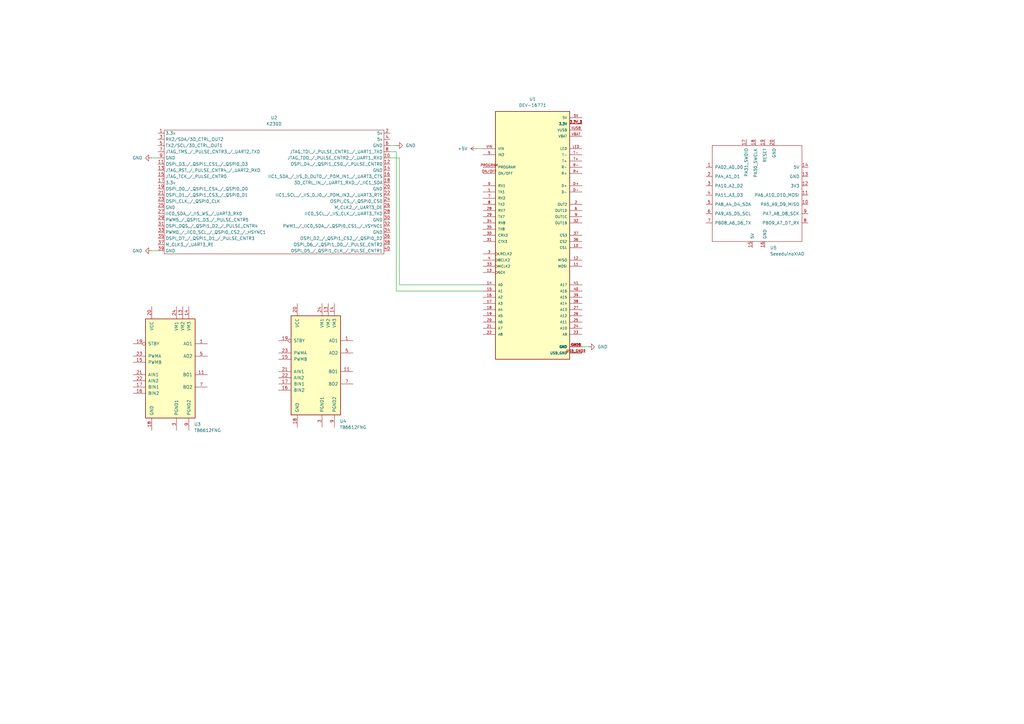
<source format=kicad_sch>
(kicad_sch (version 20250114) (generator "eeschema") (generator_version "9.0")
  (paper "A3")
  (lib_symbols
    (symbol "DEV-16771:DEV-16771" (pin_names (offset 1.016))
      (property "Reference" "U" (at -15.24 52.07 0))
      (property "Value" "DEV-16771" (at -15.24 -53.34 0))
      (symbol "DEV-16771_0_0"
        (rectangle (start -15.24 -50.8) (end 15.24 50.8) (stroke (width 0.254)) (fill (type background)))
        (pin input line (at -20.32 35.56 0) (length 5.08) (name "VIN") (number "VIN"))
        (pin bidirectional line (at -20.32 33.02 0) (length 5.08) (name "IN2") (number "5"))
        (pin bidirectional line (at -20.32 27.94 0) (length 5.08) (name "PROGRAM") (number "PROGRAM"))
        (pin bidirectional line (at -20.32 25.4 0) (length 5.08) (name "ON/OFF") (number "ON/OFF"))
        (pin bidirectional line (at -20.32 20.32 0) (length 5.08) (name "RX1") (number "0"))
        (pin bidirectional line (at -20.32 17.78 0) (length 5.08) (name "TX1") (number "1"))
        (pin bidirectional line (at -20.32 15.24 0) (length 5.08) (name "RX2") (number "7"))
        (pin bidirectional line (at -20.32 12.7 0) (length 5.08) (name "TX2") (number "8"))
        (pin bidirectional line (at -20.32 10.16 0) (length 5.08) (name "RX7") (number "28"))
        (pin bidirectional line (at -20.32 7.62 0) (length 5.08) (name "TX7") (number "29"))
        (pin bidirectional line (at -20.32 5.08 0) (length 5.08) (name "RX8") (number "34"))
        (pin bidirectional line (at -20.32 2.54 0) (length 5.08) (name "TX8") (number "35"))
        (pin bidirectional line (at -20.32 0 0) (length 5.08) (name "CRX3") (number "30"))
        (pin bidirectional line (at -20.32 -2.54 0) (length 5.08) (name "CTX3") (number "31"))
        (pin bidirectional clock (at -20.32 -7.62 0) (length 5.08) (name "LRCLK2") (number "3"))
        (pin bidirectional clock (at -20.32 -10.16 0) (length 5.08) (name "BCLK2") (number "4"))
        (pin bidirectional clock (at -20.32 -12.7 0) (length 5.08) (name "MCLK2") (number "33"))
        (pin bidirectional clock (at -20.32 -15.24 0) (length 5.08) (name "SCK") (number "13"))
        (pin bidirectional line (at -20.32 -20.32 0) (length 5.08) (name "A0") (number "14"))
        (pin bidirectional line (at -20.32 -22.86 0) (length 5.08) (name "A1") (number "15"))
        (pin bidirectional line (at -20.32 -25.4 0) (length 5.08) (name "A2") (number "16"))
        (pin bidirectional line (at -20.32 -27.94 0) (length 5.08) (name "A3") (number "17"))
        (pin bidirectional line (at -20.32 -30.48 0) (length 5.08) (name "A4") (number "18"))
        (pin bidirectional line (at -20.32 -33.02 0) (length 5.08) (name "A5") (number "19"))
        (pin bidirectional line (at -20.32 -35.56 0) (length 5.08) (name "A6") (number "20"))
        (pin bidirectional line (at -20.32 -38.1 0) (length 5.08) (name "A7") (number "21"))
        (pin bidirectional line (at -20.32 -40.64 0) (length 5.08) (name "A8") (number "22"))
        (pin power_in line (at 20.32 48.26 180) (length 5.08) (name "5V") (number "5V"))
        (pin power_in line (at 20.32 45.72 180) (length 5.08) (name "3.3V") (number "3.3V_1"))
        (pin power_in line (at 20.32 45.72 180) (length 5.08) (name "3.3V") (number "3.3V_2"))
        (pin power_in line (at 20.32 45.72 180) (length 5.08) (name "3.3V") (number "3.3V_3"))
        (pin passive line (at 20.32 43.18 180) (length 5.08) (name "VUSB") (number "VUSB"))
        (pin passive line (at 20.32 40.64 180) (length 5.08) (name "VBAT") (number "VBAT"))
        (pin bidirectional line (at 20.32 35.56 180) (length 5.08) (name "LED") (number "LED"))
        (pin bidirectional line (at 20.32 33.02 180) (length 5.08) (name "T-") (number "T-"))
        (pin bidirectional line (at 20.32 30.48 180) (length 5.08) (name "T+") (number "T+"))
        (pin bidirectional line (at 20.32 27.94 180) (length 5.08) (name "R-") (number "R-"))
        (pin bidirectional line (at 20.32 25.4 180) (length 5.08) (name "R+") (number "R+"))
        (pin bidirectional line (at 20.32 20.32 180) (length 5.08) (name "D+") (number "D+"))
        (pin bidirectional line (at 20.32 17.78 180) (length 5.08) (name "D-") (number "D-"))
        (pin output line (at 20.32 12.7 180) (length 5.08) (name "OUT2") (number "2"))
        (pin output line (at 20.32 10.16 180) (length 5.08) (name "OUT1D") (number "6"))
        (pin output line (at 20.32 7.62 180) (length 5.08) (name "OUT1C") (number "9"))
        (pin output line (at 20.32 5.08 180) (length 5.08) (name "OUT1B") (number "32"))
        (pin bidirectional line (at 20.32 0 180) (length 5.08) (name "CS3") (number "37"))
        (pin bidirectional line (at 20.32 -2.54 180) (length 5.08) (name "CS2") (number "36"))
        (pin bidirectional line (at 20.32 -5.08 180) (length 5.08) (name "CS1") (number "10"))
        (pin bidirectional line (at 20.32 -10.16 180) (length 5.08) (name "MISO") (number "12"))
        (pin bidirectional line (at 20.32 -12.7 180) (length 5.08) (name "MOSI") (number "11"))
        (pin bidirectional line (at 20.32 -20.32 180) (length 5.08) (name "A17") (number "41"))
        (pin bidirectional line (at 20.32 -22.86 180) (length 5.08) (name "A16") (number "40"))
        (pin bidirectional line (at 20.32 -25.4 180) (length 5.08) (name "A15") (number "39"))
        (pin bidirectional line (at 20.32 -27.94 180) (length 5.08) (name "A14") (number "38"))
        (pin bidirectional line (at 20.32 -30.48 180) (length 5.08) (name "A13") (number "27"))
        (pin bidirectional line (at 20.32 -33.02 180) (length 5.08) (name "A12") (number "26"))
        (pin bidirectional line (at 20.32 -35.56 180) (length 5.08) (name "A11") (number "25"))
        (pin bidirectional line (at 20.32 -38.1 180) (length 5.08) (name "A10") (number "24"))
        (pin bidirectional line (at 20.32 -40.64 180) (length 5.08) (name "A9") (number "23"))
        (pin power_in line (at 20.32 -45.72 180) (length 5.08) (name "GND") (number "GND1"))
        (pin power_in line (at 20.32 -45.72 180) (length 5.08) (name "GND") (number "GND2"))
        (pin power_in line (at 20.32 -45.72 180) (length 5.08) (name "GND") (number "GND3"))
        (pin power_in line (at 20.32 -45.72 180) (length 5.08) (name "GND") (number "GND4"))
        (pin power_in line (at 20.32 -45.72 180) (length 5.08) (name "GND") (number "GND5"))
        (pin power_in line (at 20.32 -48.26 180) (length 5.08) (name "USB_GND") (number "USB_GND1"))
        (pin power_in line (at 20.32 -48.26 180) (length 5.08) (name "USB_GND") (number "USB_GND2"))
      )
    )
    (symbol "Driver_Motor:TB6612FNG" (pin_names (offset 1.016))
      (property "Reference" "U" (at 11.43 17.78 0))
      (property "Value" "TB6612FNG" (at 11.43 15.24 0))
      (symbol "TB6612FNG_0_1"
        (rectangle (start -10.16 20.32) (end 10.16 -20.32) (stroke (width 0.254)) (fill (type background)))
      )
      (symbol "TB6612FNG_1_1"
        (pin input inverted (at -15.24 10.16 0) (length 5.08) (name "STBY") (number "19"))
        (pin input line (at -15.24 5.08 0) (length 5.08) (name "PWMA") (number "23"))
        (pin input line (at -15.24 2.54 0) (length 5.08) (name "PWMB") (number "15"))
        (pin input line (at -15.24 -2.54 0) (length 5.08) (name "AIN1") (number "21"))
        (pin input line (at -15.24 -5.08 0) (length 5.08) (name "AIN2") (number "22"))
        (pin input line (at -15.24 -7.62 0) (length 5.08) (name "BIN1") (number "17"))
        (pin input line (at -15.24 -10.16 0) (length 5.08) (name "BIN2") (number "16"))
        (pin power_in line (at -7.62 25.4 270) (length 5.08) (name "VCC") (number "20"))
        (pin power_in line (at -7.62 -25.4 90) (length 5.08) (name "GND") (number "18"))
        (pin power_in line (at 2.54 25.4 270) (length 5.08) (name "VM1") (number "24"))
        (pin power_in line (at 2.54 -25.4 90) (length 5.08) (name "PGND1") (number "3"))
        (pin passive line (at 2.54 -25.4 90) (length 5.08) (hide yes) (name "PGND1") (number "4"))
        (pin power_in line (at 5.08 25.4 270) (length 5.08) (name "VM2") (number "13"))
        (pin power_in line (at 7.62 25.4 270) (length 5.08) (name "VM3") (number "14"))
        (pin passive line (at 7.62 -25.4 90) (length 5.08) (hide yes) (name "PGND2") (number "10"))
        (pin power_in line (at 7.62 -25.4 90) (length 5.08) (name "PGND2") (number "9"))
        (pin output line (at 15.24 10.16 180) (length 5.08) (name "AO1") (number "1"))
        (pin passive line (at 15.24 10.16 180) (length 5.08) (hide yes) (name "AO1") (number "2"))
        (pin output line (at 15.24 5.08 180) (length 5.08) (name "AO2") (number "5"))
        (pin passive line (at 15.24 5.08 180) (length 5.08) (hide yes) (name "AO2") (number "6"))
        (pin output line (at 15.24 -2.54 180) (length 5.08) (name "BO1") (number "11"))
        (pin passive line (at 15.24 -2.54 180) (length 5.08) (hide yes) (name "BO1") (number "12"))
        (pin output line (at 15.24 -7.62 180) (length 5.08) (name "BO2") (number "7"))
        (pin passive line (at 15.24 -7.62 180) (length 5.08) (hide yes) (name "BO2") (number "8"))
      )
    )
    (symbol "K230D:K230D-Zero"
      (property "Reference" "U" (at 0 0 0))
      (property "Value" "K230D" (at 0 0 0))
      (symbol "K230D-Zero_0_1"
        (rectangle (start 1.27 -1.27) (end 91.44 -52.07))
      )
      (symbol "K230D-Zero_1_1"
        (pin power_in line (at -1.27 -2.54 0) (length 2.54) (name "3.3v") (number "1"))
        (pin input line (at -1.27 -5.08 0) (length 2.54) (name "RX2/SDA/3D_CTRL_OUT2") (number "3"))
        (pin bidirectional line (at -1.27 -7.62 0) (length 2.54) (name "TX2/SCL/3D_CTRL_OUT1") (number "5"))
        (pin output line (at -1.27 -10.16 0) (length 2.54) (name "JTAG_TMS_/_PULSE_CNTR3_/_UART2_TXD") (number "7"))
        (pin bidirectional line (at -1.27 -12.7 0) (length 2.54) (name "GND") (number "9"))
        (pin bidirectional line (at -1.27 -15.24 0) (length 2.54) (name "OSPI_D3_/_QSPI1_CS1_/_QSPI0_D3") (number "11"))
        (pin bidirectional line (at -1.27 -17.78 0) (length 2.54) (name "JTAG_RST_/_PULSE_CNTR4_/_UART2_RXD") (number "13"))
        (pin bidirectional line (at -1.27 -20.32 0) (length 2.54) (name "JTAG_TCK_/_PULSE_CNTR0") (number "15"))
        (pin bidirectional line (at -1.27 -22.86 0) (length 2.54) (name "3.3v") (number "17"))
        (pin bidirectional line (at -1.27 -25.4 0) (length 2.54) (name "OSPI_D0_/_QSPI1_CS4_/_QSPI0_D0") (number "19"))
        (pin bidirectional line (at -1.27 -27.94 0) (length 2.54) (name "OSPI_D1_/_QSPI1_CS3_/_QSPI0_D1") (number "21"))
        (pin bidirectional line (at -1.27 -30.48 0) (length 2.54) (name "OSPI_CLK_/_QSPI0_CLK") (number "23"))
        (pin bidirectional line (at -1.27 -33.02 0) (length 2.54) (name "GND") (number "25"))
        (pin bidirectional line (at -1.27 -35.56 0) (length 2.54) (name "IIC0_SDA_/_IIS_WS_/_UART3_RXD") (number "27"))
        (pin bidirectional line (at -1.27 -38.1 0) (length 2.54) (name "PWM5_/_QSPI1_D3_/_PULSE_CNTR5") (number "29"))
        (pin bidirectional line (at -1.27 -40.64 0) (length 2.54) (name "OSPI_DQS_/_QSPI1_D2_/_PULSE_CNTR4") (number "31"))
        (pin bidirectional line (at -1.27 -43.18 0) (length 2.54) (name "PWM0_/_IIC0_SCL_/_QSPI0_CS2_/_HSYNC1") (number "33"))
        (pin bidirectional line (at -1.27 -45.72 0) (length 2.54) (name "OSPI_D7_/_QSPI1_D1_/_PULSE_CNTR3") (number "35"))
        (pin bidirectional line (at -1.27 -48.26 0) (length 2.54) (name "M_CLK3_/_UART3_RE	") (number "37"))
        (pin bidirectional line (at -1.27 -50.8 0) (length 2.54) (name "GND") (number "39"))
        (pin power_in line (at 93.98 -2.54 180) (length 2.54) (name "5v") (number "2"))
        (pin bidirectional line (at 93.98 -5.08 180) (length 2.54) (name "5v") (number "4"))
        (pin bidirectional line (at 93.98 -7.62 180) (length 2.54) (name "GND") (number "6"))
        (pin bidirectional line (at 93.98 -10.16 180) (length 2.54) (name "JTAG_TDI_/_PULSE_CNTR1_/_UART1_TXD") (number "8"))
        (pin bidirectional line (at 93.98 -12.7 180) (length 2.54) (name "JTAG_TDO_/_PULSE_CNTR2_/_UART1_RXD") (number "10"))
        (pin bidirectional line (at 93.98 -15.24 180) (length 2.54) (name "OSPI_D4_/_QSPI1_CS0_/_PULSE_CNTR0") (number "12"))
        (pin bidirectional line (at 93.98 -17.78 180) (length 2.54) (name "GND") (number "14"))
        (pin bidirectional line (at 93.98 -20.32 180) (length 2.54) (name "IIC1_SDA_/_IIS_D_OUT0_/_PDM_IN1_/_UART3_CTS") (number "16"))
        (pin bidirectional line (at 93.98 -22.86 180) (length 2.54) (name "3D_CTRL_IN_/_UART1_RXD_/_IIC1_SDA") (number "18"))
        (pin bidirectional line (at 93.98 -25.4 180) (length 2.54) (name "GND") (number "20"))
        (pin bidirectional line (at 93.98 -27.94 180) (length 2.54) (name "IIC1_SCL_/_IIS_D_I0_/_PDM_IN3_/_UART3_RTS") (number "22"))
        (pin bidirectional line (at 93.98 -30.48 180) (length 2.54) (name "OSPI_CS_/_QSPI0_CS0") (number "24"))
        (pin bidirectional line (at 93.98 -33.02 180) (length 2.54) (name "M_CLK2_/_UART3_DE") (number "26"))
        (pin bidirectional line (at 93.98 -35.56 180) (length 2.54) (name "IIC0_SCL_/_IIS_CLK_/_UART3_TXD") (number "28"))
        (pin bidirectional line (at 93.98 -38.1 180) (length 2.54) (name "GND") (number "30"))
        (pin bidirectional line (at 93.98 -40.64 180) (length 2.54) (name "PWM1_/_IIC0_SDA_/_QSPI0_CS1_/_VSYNC1") (number "32"))
        (pin bidirectional line (at 93.98 -43.18 180) (length 2.54) (name "GND") (number "34"))
        (pin bidirectional line (at 93.98 -45.72 180) (length 2.54) (name "OSPI_D2_/_QSPI1_CS2_/_QSPI0_D2") (number "36"))
        (pin bidirectional line (at 93.98 -48.26 180) (length 2.54) (name "OSPI_D6_/_QSPI1_D0_/_PULSE_CNTR2") (number "38"))
        (pin bidirectional line (at 93.98 -50.8 180) (length 2.54) (name "OSPI_D5_/_QSPI1_CLK_/_PULSE_CNTR1") (number "40"))
      )
    )
    (symbol "Seeeduino XIAO:SeeeduinoXIAO" (pin_names (offset 1.016))
      (property "Reference" "U" (at -19.05 22.86 0))
      (property "Value" "SeeeduinoXIAO" (at -12.7 21.59 0))
      (symbol "SeeeduinoXIAO_0_1"
        (rectangle (start -19.05 20.32) (end 17.78 -19.05))
      )
      (symbol "SeeeduinoXIAO_1_1"
        (pin unspecified line (at -21.59 11.43 0) (length 2.54) (name "PA02_A0_D0") (number "1"))
        (pin unspecified line (at -21.59 7.62 0) (length 2.54) (name "PA4_A1_D1") (number "2"))
        (pin unspecified line (at -21.59 3.81 0) (length 2.54) (name "PA10_A2_D2") (number "3"))
        (pin unspecified line (at -21.59 0 0) (length 2.54) (name "PA11_A3_D3") (number "4"))
        (pin unspecified line (at -21.59 -3.81 0) (length 2.54) (name "PA8_A4_D4_SDA") (number "5"))
        (pin unspecified line (at -21.59 -7.62 0) (length 2.54) (name "PA9_A5_D5_SCL") (number "6"))
        (pin unspecified line (at -21.59 -11.43 0) (length 2.54) (name "PB08_A6_D6_TX") (number "7"))
        (pin input line (at -5.08 22.86 270) (length 2.54) (name "PA31_SWDIO") (number "17"))
        (pin input line (at -2.54 -21.59 90) (length 2.54) (name "5V") (number "15"))
        (pin input line (at -1.27 22.86 270) (length 2.54) (name "PA30_SWCLK") (number "18"))
        (pin input line (at 2.54 22.86 270) (length 2.54) (name "RESET") (number "19"))
        (pin input line (at 2.54 -21.59 90) (length 2.54) (name "GND") (number "16"))
        (pin input line (at 6.35 22.86 270) (length 2.54) (name "GND") (number "20"))
        (pin unspecified line (at 20.32 11.43 180) (length 2.54) (name "5V") (number "14"))
        (pin unspecified line (at 20.32 7.62 180) (length 2.54) (name "GND") (number "13"))
        (pin unspecified line (at 20.32 3.81 180) (length 2.54) (name "3V3") (number "12"))
        (pin unspecified line (at 20.32 0 180) (length 2.54) (name "PA6_A10_D10_MOSI") (number "11"))
        (pin unspecified line (at 20.32 -3.81 180) (length 2.54) (name "PA5_A9_D9_MISO") (number "10"))
        (pin unspecified line (at 20.32 -7.62 180) (length 2.54) (name "PA7_A8_D8_SCK") (number "9"))
        (pin unspecified line (at 20.32 -11.43 180) (length 2.54) (name "PB09_A7_D7_RX") (number "8"))
      )
    )
    (symbol "power:+5V" (power) (pin_numbers (hide yes)) (pin_names (offset 0) (hide yes))
      (property "Value" "+5V" (at 0 3.556 0))
      (symbol "+5V_0_1"
        (polyline (pts (xy -0.762 1.27) (xy 0 2.54)))
        (polyline (pts (xy 0 2.54) (xy 0.762 1.27)))
        (polyline (pts (xy 0 0) (xy 0 2.54)))
      )
      (symbol "+5V_1_1"
        (pin power_in line (at 0 0 90) (length 0) (name "~") (number "1"))
      )
    )
    (symbol "power:GND" (power) (pin_numbers (hide yes)) (pin_names (offset 0) (hide yes))
      (property "Value" "GND" (at 0 -3.81 0))
      (symbol "GND_0_1"
        (polyline (pts (xy 0 0) (xy 0 -1.27) (xy 1.27 -1.27) (xy 0 -2.54) (xy -1.27 -1.27) (xy 0 -1.27)))
      )
      (symbol "GND_1_1"
        (pin power_in line (at 0 0 270) (length 0) (name "~") (number "1"))
      )
    )
  )
  (wire (pts (xy 162.56 119.38) (xy 198.12 119.38)))
  (wire (pts (xy 62.23 102.87) (xy 64.77 102.87)))
  (wire (pts (xy 162.56 62.23) (xy 162.56 119.38)))
  (wire (pts (xy 195.58 60.96) (xy 198.12 60.96)))
  (wire (pts (xy 163.83 64.77) (xy 163.83 116.84)))
  (wire (pts (xy 163.83 116.84) (xy 198.12 116.84)))
  (wire (pts (xy 160.02 59.69) (xy 162.56 59.69)))
  (wire (pts (xy 238.76 142.24) (xy 241.3 142.24)))
  (wire (pts (xy 160.02 62.23) (xy 162.56 62.23)))
  (wire (pts (xy 160.02 64.77) (xy 163.83 64.77)))
  (wire (pts (xy 62.23 64.77) (xy 64.77 64.77)))
  (symbol (lib_id "Seeeduino XIAO:SeeeduinoXIAO") (at 311.15 80.01 0) (unit 1)
    (property "Reference" "U5" (at 315.8333 101.6 0) (effects (justify left)))
    (property "Value" "SeeeduinoXIAO" (at 315.8333 104.14 0) (effects (justify left)))
    (property "Footprint" "RF_Module:MCU_Seeed_ESP32C3" (effects (hide yes)))
    (property "Description" "https://www.seeedstudio.com/blog/2020/04/23/use-seeeduino-xiao-in-kicad-pcb-design-like-a-components/?srsltid=AfmBOor_XeeWRYTjTjiGTdZYoyfzWG5Pz0DlDQl6MKpq2R0A0ZZIzHrz" (effects (hide yes)))
  )
  (symbol (lib_id "DEV-16771:DEV-16771") (at 218.44 96.52 0) (unit 1)
    (property "Reference" "U1" (at 218.44 40.64 0))
    (property "Value" "DEV-16771" (at 218.44 43.18 0))
    (property "Footprint" "DEV-16771:MODULE_DEV-16771" (effects (hide yes)))
    (property "MF" "SparkFun Electronics" (effects (hide yes)))
    (property "MAXIMUM_PACKAGE_HEIGHT" "4.07mm" (effects (hide yes)))
    (property "Package" "None" (effects (hide yes)))
    (property "Price" "None" (effects (hide yes)))
    (property "Check_prices" "https://www.snapeda.com/parts/DEV-16771/SparkFun/view-part/?ref=eda" (effects (hide yes)))
    (property "STANDARD" "Manufacturer recommendations" (effects (hide yes)))
    (property "PARTREV" "4.1" (effects (hide yes)))
    (property "SnapEDA_Link" "https://www.snapeda.com/parts/DEV-16771/SparkFun/view-part/?ref=snap" (effects (hide yes)))
    (property "MP" "DEV-16771" (effects (hide yes)))
    (property "Description_1" "RT1062 Teensy 4.1 series ARM® Cortex®-M7 MPU Embedded Evaluation Board" (effects (hide yes)))
    (property "Availability" "In Stock" (effects (hide yes)))
    (property "MANUFACTURER" "SparkFun Electronics" (effects (hide yes)))
  )
  (symbol (lib_id "power:+5V") (at 195.58 60.96 90) (unit 1)
    (property "Reference" "#PWR05" (effects (hide yes)))
    (property "Value" "+5V" (at 191.77 60.9599 90) (effects (justify left)))
    (property "Description" "Power symbol creates a global label with name \"+5V\"" (effects (hide yes)))
  )
  (symbol (lib_id "power:GND") (at 62.23 102.87 270) (unit 1)
    (property "Reference" "#PWR02" (effects (hide yes)))
    (property "Value" "GND" (at 58.42 102.8699 90) (effects (justify right)))
    (property "Description" "Power symbol creates a global label with name \"GND\" , ground" (effects (hide yes)))
  )
  (symbol (lib_id "Driver_Motor:TB6612FNG") (at 129.54 149.86 0) (unit 1)
    (property "Reference" "U4" (at 139.3033 172.72 0) (effects (justify left)))
    (property "Value" "TB6612FNG" (at 139.3033 175.26 0) (effects (justify left)))
    (property "Footprint" "Package_SO:SSOP-24_5.3x8.2mm_P0.65mm" (effects (hide yes)))
    (property "Datasheet" "https://toshiba.semicon-storage.com/us/product/linear/motordriver/detail.TB6612FNG.html" (effects (hide yes)))
    (property "Description" "Driver IC for Dual DC motor, SSOP-24" (effects (hide yes)))
  )
  (symbol (lib_id "power:GND") (at 62.23 64.77 270) (unit 1)
    (property "Reference" "#PWR03" (effects (hide yes)))
    (property "Value" "GND" (at 58.42 64.7699 90) (effects (justify right)))
    (property "Description" "Power symbol creates a global label with name \"GND\" , ground" (effects (hide yes)))
  )
  (symbol (lib_id "K230D:K230D-Zero") (at 66.04 52.07 0) (unit 1)
    (property "Reference" "U2" (at 112.395 48.26 0))
    (property "Value" "K230D" (at 112.395 50.8 0))
    (property "Footprint" "Connector_PinSocket_2.54mm:PinSocket_2x20_P2.54mm_Vertical_SMD" (effects (hide yes)))
    (property "Datasheet" "https://docs.banana-pi.org/en/BPI-CanMV-K230D/BananaPi_BPI-CanMV-K230D-Zero" (effects (hide yes)))
  )
  (symbol (lib_id "power:GND") (at 162.56 59.69 90) (unit 1)
    (property "Reference" "#PWR04" (effects (hide yes)))
    (property "Value" "GND" (at 166.37 59.6899 90) (effects (justify right)))
    (property "Description" "Power symbol creates a global label with name \"GND\" , ground" (effects (hide yes)))
  )
  (symbol (lib_id "power:GND") (at 241.3 142.24 90) (unit 1)
    (property "Reference" "#PWR01" (effects (hide yes)))
    (property "Value" "GND" (at 245.11 142.2399 90) (effects (justify right)))
    (property "Description" "Power symbol creates a global label with name \"GND\" , ground" (effects (hide yes)))
  )
  (symbol (lib_id "Driver_Motor:TB6612FNG") (at 69.85 151.13 0) (unit 1)
    (property "Reference" "U3" (at 79.6133 173.99 0) (effects (justify left)))
    (property "Value" "TB6612FNG" (at 79.6133 176.53 0) (effects (justify left)))
    (property "Footprint" "Package_SO:SSOP-24_5.3x8.2mm_P0.65mm" (effects (hide yes)))
    (property "Datasheet" "https://toshiba.semicon-storage.com/us/product/linear/motordriver/detail.TB6612FNG.html" (effects (hide yes)))
    (property "Description" "Driver IC for Dual DC motor, SSOP-24" (effects (hide yes)))
  )
)
</source>
